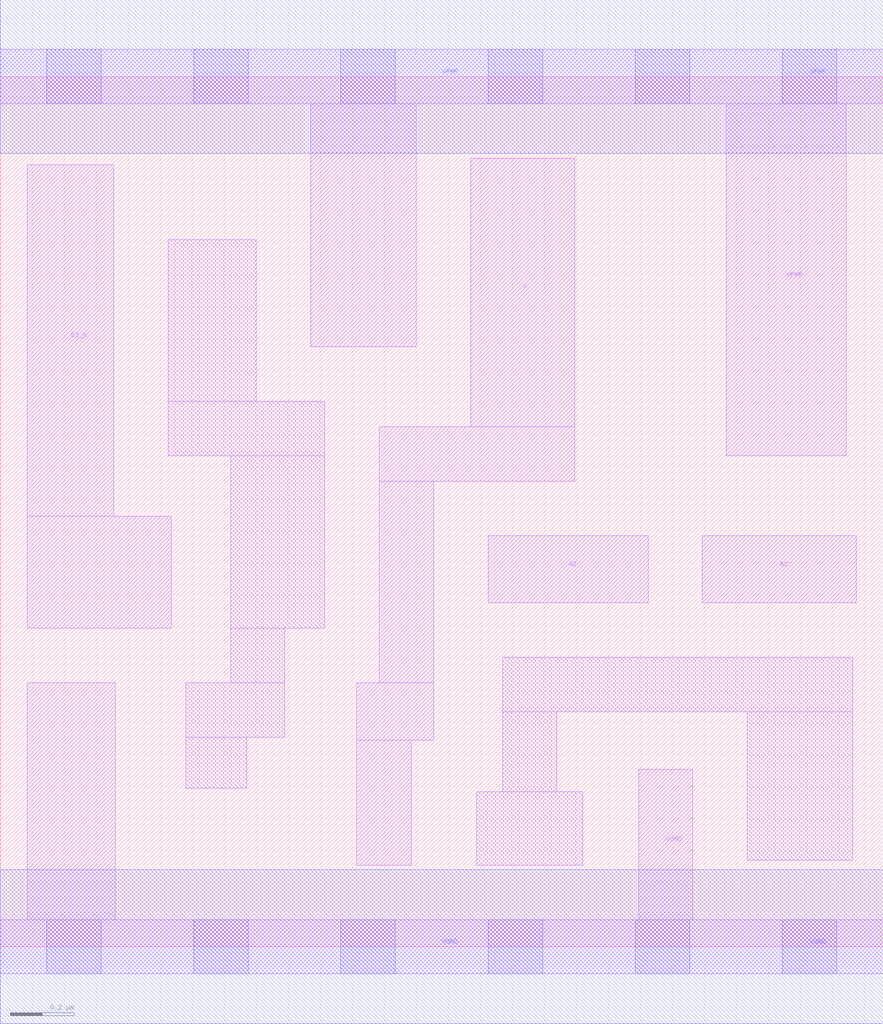
<source format=lef>
# Copyright 2020 The SkyWater PDK Authors
#
# Licensed under the Apache License, Version 2.0 (the "License");
# you may not use this file except in compliance with the License.
# You may obtain a copy of the License at
#
#     https://www.apache.org/licenses/LICENSE-2.0
#
# Unless required by applicable law or agreed to in writing, software
# distributed under the License is distributed on an "AS IS" BASIS,
# WITHOUT WARRANTIES OR CONDITIONS OF ANY KIND, either express or implied.
# See the License for the specific language governing permissions and
# limitations under the License.
#
# SPDX-License-Identifier: Apache-2.0

VERSION 5.7 ;
  NAMESCASESENSITIVE ON ;
  NOWIREEXTENSIONATPIN ON ;
  DIVIDERCHAR "/" ;
  BUSBITCHARS "[]" ;
UNITS
  DATABASE MICRONS 200 ;
END UNITS
MACRO sky130_fd_sc_hd__o21bai_1
  CLASS CORE ;
  SOURCE USER ;
  FOREIGN sky130_fd_sc_hd__o21bai_1 ;
  ORIGIN  0.000000  0.000000 ;
  SIZE  2.760000 BY  2.720000 ;
  SYMMETRY X Y R90 ;
  SITE unithd ;
  PIN A1
    ANTENNAGATEAREA  0.247500 ;
    DIRECTION INPUT ;
    USE SIGNAL ;
    PORT
      LAYER li1 ;
        RECT 2.195000 1.075000 2.675000 1.285000 ;
    END
  END A1
  PIN A2
    ANTENNAGATEAREA  0.247500 ;
    DIRECTION INPUT ;
    USE SIGNAL ;
    PORT
      LAYER li1 ;
        RECT 1.525000 1.075000 2.025000 1.285000 ;
    END
  END A2
  PIN B1_N
    ANTENNAGATEAREA  0.126000 ;
    DIRECTION INPUT ;
    USE SIGNAL ;
    PORT
      LAYER li1 ;
        RECT 0.085000 0.995000 0.535000 1.345000 ;
        RECT 0.085000 1.345000 0.355000 2.445000 ;
    END
  END B1_N
  PIN Y
    ANTENNADIFFAREA  0.474000 ;
    DIRECTION OUTPUT ;
    USE SIGNAL ;
    PORT
      LAYER li1 ;
        RECT 1.115000 0.255000 1.285000 0.645000 ;
        RECT 1.115000 0.645000 1.355000 0.825000 ;
        RECT 1.185000 0.825000 1.355000 1.455000 ;
        RECT 1.185000 1.455000 1.795000 1.625000 ;
        RECT 1.470000 1.625000 1.795000 2.465000 ;
    END
  END Y
  PIN VGND
    DIRECTION INOUT ;
    SHAPE ABUTMENT ;
    USE GROUND ;
    PORT
      LAYER li1 ;
        RECT 0.000000 -0.085000 2.760000 0.085000 ;
        RECT 0.085000  0.085000 0.360000 0.825000 ;
        RECT 1.995000  0.085000 2.165000 0.555000 ;
      LAYER mcon ;
        RECT 0.145000 -0.085000 0.315000 0.085000 ;
        RECT 0.605000 -0.085000 0.775000 0.085000 ;
        RECT 1.065000 -0.085000 1.235000 0.085000 ;
        RECT 1.525000 -0.085000 1.695000 0.085000 ;
        RECT 1.985000 -0.085000 2.155000 0.085000 ;
        RECT 2.445000 -0.085000 2.615000 0.085000 ;
      LAYER met1 ;
        RECT 0.000000 -0.240000 2.760000 0.240000 ;
    END
  END VGND
  PIN VPWR
    DIRECTION INOUT ;
    SHAPE ABUTMENT ;
    USE POWER ;
    PORT
      LAYER li1 ;
        RECT 0.000000 2.635000 2.760000 2.805000 ;
        RECT 0.970000 1.875000 1.300000 2.635000 ;
        RECT 2.270000 1.535000 2.645000 2.635000 ;
      LAYER mcon ;
        RECT 0.145000 2.635000 0.315000 2.805000 ;
        RECT 0.605000 2.635000 0.775000 2.805000 ;
        RECT 1.065000 2.635000 1.235000 2.805000 ;
        RECT 1.525000 2.635000 1.695000 2.805000 ;
        RECT 1.985000 2.635000 2.155000 2.805000 ;
        RECT 2.445000 2.635000 2.615000 2.805000 ;
      LAYER met1 ;
        RECT 0.000000 2.480000 2.760000 2.960000 ;
    END
  END VPWR
  OBS
    LAYER li1 ;
      RECT 0.525000 1.535000 1.015000 1.705000 ;
      RECT 0.525000 1.705000 0.800000 2.210000 ;
      RECT 0.580000 0.495000 0.770000 0.655000 ;
      RECT 0.580000 0.655000 0.890000 0.825000 ;
      RECT 0.720000 0.825000 0.890000 0.995000 ;
      RECT 0.720000 0.995000 1.015000 1.535000 ;
      RECT 1.490000 0.255000 1.820000 0.485000 ;
      RECT 1.570000 0.485000 1.740000 0.735000 ;
      RECT 1.570000 0.735000 2.665000 0.905000 ;
      RECT 2.335000 0.270000 2.665000 0.735000 ;
  END
END sky130_fd_sc_hd__o21bai_1

</source>
